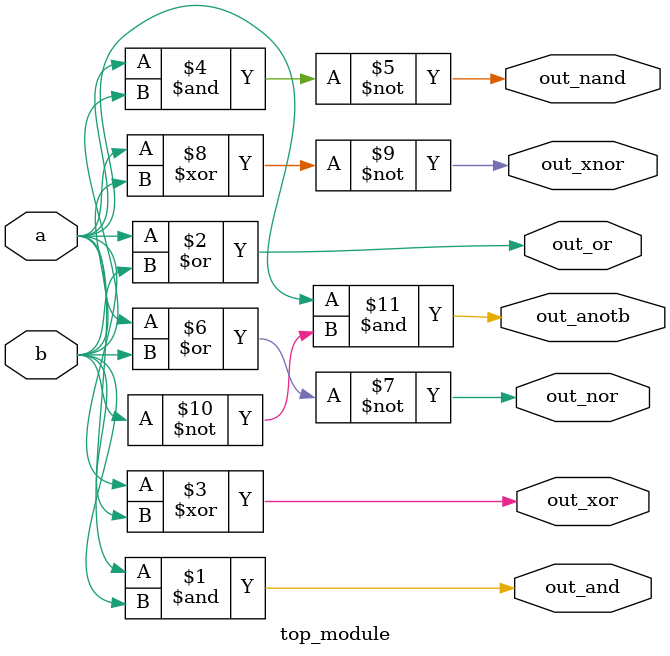
<source format=v>
module top_module( 
    input a, b,
    output out_and,
    output out_or,
    output out_xor,
    output out_nand,
    output out_nor,
    output out_xnor,
    output out_anotb
);
    assign out_and = a&b, out_or=a|b, out_xor = a^b, out_nand = ~(a&b), out_nor = ~(a|b), out_xnor = ~(a^b), out_anotb = a&~b;
endmodule

</source>
